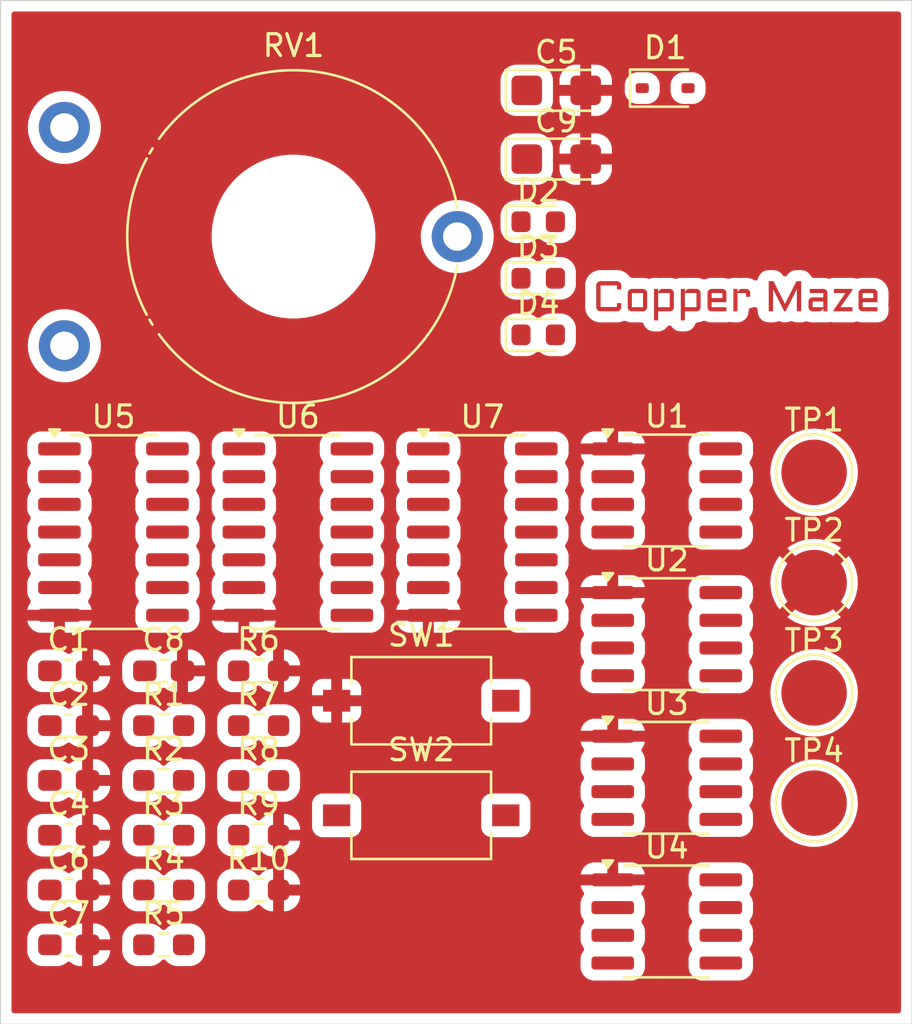
<source format=kicad_pcb>
(kicad_pcb (version 20240108) (generator "pcbnew") (generator_version "8.0")
  (layers (0 "F.Cu" signal) (31 "B.Cu" signal) (34 "B.Paste" user) (35 "F.Paste" user) (36 "B.SilkS" user "B.Silkscreen") (37 "F.SilkS" user "F.Silkscreen") (38 "B.Mask" user) (39 "F.Mask" user) (44 "Edge.Cuts" user))
  (net 0 "")
  (net 1 "Net-(C1-Pad1)")
  (net 2 "GND")
  (net 3 "Net-(U1-CV)")
  (net 4 "Net-(U2-DIS)")
  (net 5 "Net-(U2-CV)")
  (net 6 "Net-(C5-Pad1)")
  (net 7 "Net-(U3-CV)")
  (net 8 "Net-(U4-CV)")
  (net 9 "+5V")
  (net 10 "Net-(D1-A)")
  (net 11 "Net-(D1-K)")
  (net 12 "Net-(D2-K)")
  (net 13 "Net-(D2-A)")
  (net 14 "Net-(D3-K)")
  (net 15 "Net-(D4-A)")
  (net 16 "Net-(D4-K)")
  (net 17 "Net-(U2-TR)")
  (net 18 "Net-(U3-THR)")
  (net 19 "Net-(U3-Q)")
  (net 20 "/HALT")
  (net 21 "/FRC")
  (net 22 "Net-(U1-R)")
  (net 23 "/MCC")
  (net 24 "Net-(U2-R)")
  (net 26 "Net-(U4-TR)")
  (net 27 "Net-(U4-R)")
  (net 30 "Net-(U5-Pad6)")
  (net 31 "Net-(U5-Pad8)")
  (net 32 "Net-(U5-Pad4)")
  (net 33 "Net-(U5-Pad5)")
  (net 34 "Net-(U5-Pad10)")
  (net 35 "Net-(U5-Pad2)")
  (net 36 "/MCC_rst_sync")
  (net 39 "/FRC_rst_sync")
  (footprint "8bitcomp:R_0603_1608Metric_Pad0.98x0.95mm_HandSolder" (layer "F.Cu") (at 39.2043 61.0454)
    (property "Reference" "R8" (at 0 -1.43 0) (layer "F.SilkS"))
    (property "Value" "1k")
    (pad "1" smd roundrect (at -0.9125 0) (size 0.975 0.95) (layers "F.Cu" "F.Paste" "F.Mask") (net 14 "Net-(D3-K)"))
    (pad "2" smd roundrect (at 0.9125 0) (size 0.975 0.95) (layers "F.Cu" "F.Paste" "F.Mask") (net 13 "Net-(D2-A)"))
  )
  (footprint "8bitcomp:LED_0603_1608Metric" (layer "F.Cu") (at 52.0143 40.6354)
    (property "Reference" "D4" (at 0 -1.43 0) (layer "F.SilkS"))
    (property "Value" "WHITE")
    (pad "1" smd roundrect (at -0.7875 0) (size 0.875 0.95) (layers "F.Cu" "F.Paste" "F.Mask") (net 16 "Net-(D4-K)"))
    (pad "2" smd roundrect (at 0.7875 0) (size 0.875 0.95) (layers "F.Cu" "F.Paste" "F.Mask") (net 15 "Net-(D4-A)"))
  )
  (footprint "8bitcomp:CP_EIA-3216-18_Kemet-A" (layer "F.Cu") (at 52.8393 29.4354)
    (property "Reference" "C5" (at 0 -1.75 0) (layer "F.SilkS"))
    (property "Value" "10u")
    (pad "1" smd roundrect (at -1.35 0) (size 1.4 1.35) (layers "F.Cu" "F.Paste" "F.Mask") (roundrect_rratio 0.185185) (net 6 "Net-(C5-Pad1)"))
    (pad "2" smd roundrect (at 1.35 0) (size 1.4 1.35) (layers "F.Cu" "F.Paste" "F.Mask") (roundrect_rratio 0.185185) (net 2 "GND"))
  )
  (footprint "Package_SO:SOIC-8_3.9x4.9mm_P1.27mm" (layer "F.Cu") (at 57.9043 67.5054)
    (property "Reference" "U4" (at 0 -3.4 0) (layer "F.SilkS"))
    (property "Value" "NE555D")
    (pad "1" smd roundrect (at -2.475 -1.905) (size 1.95 0.6) (layers "F.Cu" "F.Paste" "F.Mask") (net 2 "GND"))
    (pad "2" smd roundrect (at -2.475 -0.635) (size 1.95 0.6) (layers "F.Cu" "F.Paste" "F.Mask") (net 26 "Net-(U4-TR)"))
    (pad "3" smd roundrect (at -2.475 0.635) (size 1.95 0.6) (layers "F.Cu" "F.Paste" "F.Mask") (net 13 "Net-(D2-A)"))
    (pad "4" smd roundrect (at -2.475 1.905) (size 1.95 0.6) (layers "F.Cu" "F.Paste" "F.Mask") (net 27 "Net-(U4-R)"))
    (pad "5" smd roundrect (at 2.475 1.905) (size 1.95 0.6) (layers "F.Cu" "F.Paste" "F.Mask") (net 8 "Net-(U4-CV)"))
    (pad "6" smd roundrect (at 2.475 0.635) (size 1.95 0.6) (layers "F.Cu" "F.Paste" "F.Mask"))
    (pad "7" smd roundrect (at 2.475 -0.635) (size 1.95 0.6) (layers "F.Cu" "F.Paste" "F.Mask"))
    (pad "8" smd roundrect (at 2.475 -1.905) (size 1.95 0.6) (layers "F.Cu" "F.Paste" "F.Mask") (net 9 "+5V"))
  )
  (footprint "8bitcomp:C_0603_1608Metric_Pad1.08x0.95mm_HandSolder" (layer "F.Cu") (at 30.5043 66.0654)
    (property "Reference" "C6" (at 0 -1.43 0) (layer "F.SilkS"))
    (property "Value" "100n")
    (pad "1" smd roundrect (at -0.8625 0) (size 1.075 0.95) (layers "F.Cu" "F.Paste" "F.Mask") (net 7 "Net-(U3-CV)"))
    (pad "2" smd roundrect (at 0.8625 0) (size 1.075 0.95) (layers "F.Cu" "F.Paste" "F.Mask") (net 2 "GND"))
  )
  (footprint "8bitcomp:CP_EIA-3216-18_Kemet-A" (layer "F.Cu") (at 52.8393 32.5854)
    (property "Reference" "C9" (at 0 -1.75 0) (layer "F.SilkS"))
    (property "Value" "100u")
    (pad "1" smd roundrect (at -1.35 0) (size 1.4 1.35) (layers "F.Cu" "F.Paste" "F.Mask") (roundrect_rratio 0.185185) (net 9 "+5V"))
    (pad "2" smd roundrect (at 1.35 0) (size 1.4 1.35) (layers "F.Cu" "F.Paste" "F.Mask") (roundrect_rratio 0.185185) (net 2 "GND"))
  )
  (footprint "8bitcomp:LED_0603_1608Metric" (layer "F.Cu") (at 52.0143 35.4554)
    (property "Reference" "D2" (at 0 -1.43 0) (layer "F.SilkS"))
    (property "Value" "GREEN")
    (pad "1" smd roundrect (at -0.7875 0) (size 0.875 0.95) (layers "F.Cu" "F.Paste" "F.Mask") (net 12 "Net-(D2-K)"))
    (pad "2" smd roundrect (at 0.7875 0) (size 0.875 0.95) (layers "F.Cu" "F.Paste" "F.Mask") (net 13 "Net-(D2-A)"))
  )
  (footprint "8bitcomp:C_0603_1608Metric_Pad1.08x0.95mm_HandSolder" (layer "F.Cu") (at 30.5043 61.0454)
    (property "Reference" "C3" (at 0 -1.43 0) (layer "F.SilkS"))
    (property "Value" "100n")
    (pad "1" smd roundrect (at -0.8625 0) (size 1.075 0.95) (layers "F.Cu" "F.Paste" "F.Mask") (net 4 "Net-(U2-DIS)"))
    (pad "2" smd roundrect (at 0.8625 0) (size 1.075 0.95) (layers "F.Cu" "F.Paste" "F.Mask") (net 2 "GND"))
  )
  (footprint "8bitcomp:R_0603_1608Metric_Pad0.98x0.95mm_HandSolder" (layer "F.Cu") (at 34.8543 58.5354)
    (property "Reference" "R1" (at 0 -1.43 0) (layer "F.SilkS"))
    (property "Value" "1k")
    (pad "1" smd roundrect (at -0.9125 0) (size 0.975 0.95) (layers "F.Cu" "F.Paste" "F.Mask") (net 9 "+5V"))
    (pad "2" smd roundrect (at 0.9125 0) (size 0.975 0.95) (layers "F.Cu" "F.Paste" "F.Mask") (net 10 "Net-(D1-A)"))
  )
  (footprint "8bitcomp:TestPoint_Pad_D3.0mm" (layer "F.Cu") (at 64.6543 57.0354)
    (property "Reference" "TP3" (at 0 -2.398 0) (layer "F.SilkS"))
    (property "Value" "HALT")
    (pad "1" smd circle (at 0 0) (size 3 3) (layers "F.Cu" "F.Mask") (net 20 "/HALT"))
  )
  (footprint "8bitcomp:R_0603_1608Metric_Pad0.98x0.95mm_HandSolder" (layer "F.Cu") (at 34.8543 68.5754)
    (property "Reference" "R5" (at 0 -1.43 0) (layer "F.SilkS"))
    (property "Value" "10k")
    (pad "1" smd roundrect (at -0.9125 0) (size 0.975 0.95) (layers "F.Cu" "F.Paste" "F.Mask") (net 9 "+5V"))
    (pad "2" smd roundrect (at 0.9125 0) (size 0.975 0.95) (layers "F.Cu" "F.Paste" "F.Mask") (net 18 "Net-(U3-THR)"))
  )
  (footprint "8bitcomp:SOIC-14_3.9x8.7mm_P1.27mm" (layer "F.Cu") (at 49.4543 49.6704)
    (property "Reference" "U7" (at 0 -5.28 0) (layer "F.SilkS"))
    (property "Value" "7400")
    (pad "1" smd roundrect (at -2.475 -3.81) (size 1.95 0.6) (layers "F.Cu" "F.Paste" "F.Mask") (net 39 "/FRC_rst_sync"))
    (pad "2" smd roundrect (at -2.475 -2.54) (size 1.95 0.6) (layers "F.Cu" "F.Paste" "F.Mask") (net 20 "/HALT"))
    (pad "3" smd roundrect (at -2.475 -1.27) (size 1.95 0.6) (layers "F.Cu" "F.Paste" "F.Mask") (net 22 "Net-(U1-R)"))
    (pad "4" smd roundrect (at -2.475 0) (size 1.95 0.6) (layers "F.Cu" "F.Paste" "F.Mask") (net 34 "Net-(U5-Pad10)"))
    (pad "5" smd roundrect (at -2.475 1.27) (size 1.95 0.6) (layers "F.Cu" "F.Paste" "F.Mask") (net 23 "/MCC"))
    (pad "6" smd roundrect (at -2.475 2.54) (size 1.95 0.6) (layers "F.Cu" "F.Paste" "F.Mask") (net 36 "/MCC_rst_sync"))
    (pad "7" smd roundrect (at -2.475 3.81) (size 1.95 0.6) (layers "F.Cu" "F.Paste" "F.Mask") (net 2 "GND"))
    (pad "8" smd roundrect (at 2.475 3.81) (size 1.95 0.6) (layers "F.Cu" "F.Paste" "F.Mask") (net 15 "Net-(D4-A)"))
    (pad "9" smd roundrect (at 2.475 2.54) (size 1.95 0.6) (layers "F.Cu" "F.Paste" "F.Mask") (net 39 "/FRC_rst_sync"))
    (pad "10" smd roundrect (at 2.475 1.27) (size 1.95 0.6) (layers "F.Cu" "F.Paste" "F.Mask") (net 36 "/MCC_rst_sync"))
    (pad "11" smd roundrect (at 2.475 0) (size 1.95 0.6) (layers "F.Cu" "F.Paste" "F.Mask") (net 33 "Net-(U5-Pad5)"))
    (pad "12" smd roundrect (at 2.475 -1.27) (size 1.95 0.6) (layers "F.Cu" "F.Paste" "F.Mask") (net 35 "Net-(U5-Pad2)"))
    (pad "13" smd roundrect (at 2.475 -2.54) (size 1.95 0.6) (layers "F.Cu" "F.Paste" "F.Mask") (net 32 "Net-(U5-Pad4)"))
    (pad "14" smd roundrect (at 2.475 -3.81) (size 1.95 0.6) (layers "F.Cu" "F.Paste" "F.Mask") (net 9 "+5V"))
  )
  (footprint "Package_SO:SOIC-8_3.9x4.9mm_P1.27mm" (layer "F.Cu") (at 57.9043 47.7654)
    (property "Reference" "U1" (at 0 -3.4 0) (layer "F.SilkS"))
    (property "Value" "NE555D")
    (pad "1" smd roundrect (at -2.475 -1.905) (size 1.95 0.6) (layers "F.Cu" "F.Paste" "F.Mask") (net 2 "GND"))
    (pad "2" smd roundrect (at -2.475 -0.635) (size 1.95 0.6) (layers "F.Cu" "F.Paste" "F.Mask") (net 11 "Net-(D1-K)"))
    (pad "3" smd roundrect (at -2.475 0.635) (size 1.95 0.6) (layers "F.Cu" "F.Paste" "F.Mask") (net 21 "/FRC"))
    (pad "4" smd roundrect (at -2.475 1.905) (size 1.95 0.6) (layers "F.Cu" "F.Paste" "F.Mask") (net 22 "Net-(U1-R)"))
    (pad "5" smd roundrect (at 2.475 1.905) (size 1.95 0.6) (layers "F.Cu" "F.Paste" "F.Mask") (net 3 "Net-(U1-CV)"))
    (pad "6" smd roundrect (at 2.475 0.635) (size 1.95 0.6) (layers "F.Cu" "F.Paste" "F.Mask") (net 11 "Net-(D1-K)"))
    (pad "7" smd roundrect (at 2.475 -0.635) (size 1.95 0.6) (layers "F.Cu" "F.Paste" "F.Mask") (net 10 "Net-(D1-A)"))
    (pad "8" smd roundrect (at 2.475 -1.905) (size 1.95 0.6) (layers "F.Cu" "F.Paste" "F.Mask") (net 9 "+5V"))
  )
  (footprint "8bitcomp:C_0603_1608Metric_Pad1.08x0.95mm_HandSolder" (layer "F.Cu") (at 34.8543 56.0254)
    (property "Reference" "C8" (at 0 -1.43 0) (layer "F.SilkS"))
    (property "Value" "100n")
    (pad "1" smd roundrect (at -0.8625 0) (size 1.075 0.95) (layers "F.Cu" "F.Paste" "F.Mask") (net 9 "+5V"))
    (pad "2" smd roundrect (at 0.8625 0) (size 1.075 0.95) (layers "F.Cu" "F.Paste" "F.Mask") (net 2 "GND"))
  )
  (footprint "Package_SO:SOIC-8_3.9x4.9mm_P1.27mm" (layer "F.Cu") (at 57.9043 54.3454)
    (property "Reference" "U2" (at 0 -3.4 0) (layer "F.SilkS"))
    (property "Value" "NE555D")
    (pad "1" smd roundrect (at -2.475 -1.905) (size 1.95 0.6) (layers "F.Cu" "F.Paste" "F.Mask") (net 2 "GND"))
    (pad "2" smd roundrect (at -2.475 -0.635) (size 1.95 0.6) (layers "F.Cu" "F.Paste" "F.Mask") (net 17 "Net-(U2-TR)"))
    (pad "3" smd roundrect (at -2.475 0.635) (size 1.95 0.6) (layers "F.Cu" "F.Paste" "F.Mask") (net 23 "/MCC"))
    (pad "4" smd roundrect (at -2.475 1.905) (size 1.95 0.6) (layers "F.Cu" "F.Paste" "F.Mask") (net 24 "Net-(U2-R)"))
    (pad "5" smd roundrect (at 2.475 1.905) (size 1.95 0.6) (layers "F.Cu" "F.Paste" "F.Mask") (net 5 "Net-(U2-CV)"))
    (pad "6" smd roundrect (at 2.475 0.635) (size 1.95 0.6) (layers "F.Cu" "F.Paste" "F.Mask") (net 4 "Net-(U2-DIS)"))
    (pad "7" smd roundrect (at 2.475 -0.635) (size 1.95 0.6) (layers "F.Cu" "F.Paste" "F.Mask") (net 4 "Net-(U2-DIS)"))
    (pad "8" smd roundrect (at 2.475 -1.905) (size 1.95 0.6) (layers "F.Cu" "F.Paste" "F.Mask") (net 9 "+5V"))
  )
  (footprint "8bitcomp:TestPoint_Pad_D3.0mm" (layer "F.Cu") (at 64.6543 51.9854)
    (property "Reference" "TP2" (at 0 -2.398 0) (layer "F.SilkS"))
    (property "Value" "GND")
    (pad "1" smd circle (at 0 0) (size 3 3) (layers "F.Cu" "F.Mask") (net 2 "GND"))
  )
  (footprint "8bitcomp:TestPoint_Pad_D3.0mm" (layer "F.Cu") (at 64.6543 62.0854)
    (property "Reference" "TP4" (at 0 -2.398 0) (layer "F.SilkS"))
    (property "Value" "Output")
    (pad "1" smd circle (at 0 0) (size 3 3) (layers "F.Cu" "F.Mask") (net 15 "Net-(D4-A)"))
  )
  (footprint "8bitcomp:TestPoint_Pad_D3.0mm" (layer "F.Cu") (at 64.6543 46.9354)
    (property "Reference" "TP1" (at 0 -2.398 0) (layer "F.SilkS"))
    (property "Value" "VCC")
    (pad "1" smd circle (at 0 0) (size 3 3) (layers "F.Cu" "F.Mask") (net 9 "+5V"))
  )
  (footprint "8bitcomp:R_0603_1608Metric_Pad0.98x0.95mm_HandSolder" (layer "F.Cu") (at 34.8543 66.0654)
    (property "Reference" "R4" (at 0 -1.43 0) (layer "F.SilkS"))
    (property "Value" "1k")
    (pad "1" smd roundrect (at -0.9125 0) (size 0.975 0.95) (layers "F.Cu" "F.Paste" "F.Mask") (net 9 "+5V"))
    (pad "2" smd roundrect (at 0.9125 0) (size 0.975 0.95) (layers "F.Cu" "F.Paste" "F.Mask") (net 4 "Net-(U2-DIS)"))
  )
  (footprint "8bitcomp:R_0603_1608Metric_Pad0.98x0.95mm_HandSolder" (layer "F.Cu") (at 34.8543 63.5554)
    (property "Reference" "R3" (at 0 -1.43 0) (layer "F.SilkS"))
    (property "Value" "1k")
    (pad "1" smd roundrect (at -0.9125 0) (size 0.975 0.95) (layers "F.Cu" "F.Paste" "F.Mask") (net 9 "+5V"))
    (pad "2" smd roundrect (at 0.9125 0) (size 0.975 0.95) (layers "F.Cu" "F.Paste" "F.Mask") (net 17 "Net-(U2-TR)"))
  )
  (footprint "8bitcomp:C_0603_1608Metric_Pad1.08x0.95mm_HandSolder" (layer "F.Cu") (at 30.5043 68.5754)
    (property "Reference" "C7" (at 0 -1.43 0) (layer "F.SilkS"))
    (property "Value" "100n")
    (pad "1" smd roundrect (at -0.8625 0) (size 1.075 0.95) (layers "F.Cu" "F.Paste" "F.Mask") (net 8 "Net-(U4-CV)"))
    (pad "2" smd roundrect (at 0.8625 0) (size 1.075 0.95) (layers "F.Cu" "F.Paste" "F.Mask") (net 2 "GND"))
  )
  (footprint "8bitcomp:C_0603_1608Metric_Pad1.08x0.95mm_HandSolder" (layer "F.Cu") (at 30.5043 56.0254)
    (property "Reference" "C1" (at 0 -1.43 0) (layer "F.SilkS"))
    (property "Value" "1u")
    (pad "1" smd roundrect (at -0.8625 0) (size 1.075 0.95) (layers "F.Cu" "F.Paste" "F.Mask") (net 1 "Net-(C1-Pad1)"))
    (pad "2" smd roundrect (at 0.8625 0) (size 1.075 0.95) (layers "F.Cu" "F.Paste" "F.Mask") (net 2 "GND"))
  )
  (footprint "8bitcomp:Potentiometer_Piher_PT-15-V15_Vertical_Hole" (layer "F.Cu") (at 30.3043 41.1354)
    (property "Reference" "RV1" (at 10.5 -13.75 0) (layer "F.SilkS"))
    (property "Value" "1Meg")
    (pad "" np_thru_hole circle (at 10.5 -5) (size 7 7) (drill 7) (layers "*.Cu" "*.Mask"))
    (pad "1" thru_hole circle (at 0 0) (size 2.34 2.34) (drill 1.3) (layers "*.Cu" "*.Mask") (net 11 "Net-(D1-K)"))
    (pad "2" thru_hole circle (at 18 -5) (size 2.34 2.34) (drill 1.3) (layers "*.Cu" "*.Mask") (net 1 "Net-(C1-Pad1)"))
    (pad "3" thru_hole circle (at 0 -10) (size 2.34 2.34) (drill 1.3) (layers "*.Cu" "*.Mask") (net 1 "Net-(C1-Pad1)"))
  )
  (footprint "8bitcomp:C_0603_1608Metric_Pad1.08x0.95mm_HandSolder" (layer "F.Cu") (at 30.5043 63.5554)
    (property "Reference" "C4" (at 0 -1.43 0) (layer "F.SilkS"))
    (property "Value" "100n")
    (pad "1" smd roundrect (at -0.8625 0) (size 1.075 0.95) (layers "F.Cu" "F.Paste" "F.Mask") (net 5 "Net-(U2-CV)"))
    (pad "2" smd roundrect (at 0.8625 0) (size 1.075 0.95) (layers "F.Cu" "F.Paste" "F.Mask") (net 2 "GND"))
  )
  (footprint "8bitcomp:D_SOD-323" (layer "F.Cu") (at 57.8293 29.3354)
    (property "Reference" "D1" (at 0 -1.85 0) (layer "F.SilkS"))
    (property "Value" "1N4148")
    (pad "1" smd roundrect (at -1.05 0) (size 0.6 0.45) (layers "F.Cu" "F.Paste" "F.Mask") (net 11 "Net-(D1-K)"))
    (pad "2" smd roundrect (at 1.05 0) (size 0.6 0.45) (layers "F.Cu" "F.Paste" "F.Mask") (net 10 "Net-(D1-A)"))
  )
  (footprint "8bitcomp:SOIC-14_3.9x8.7mm_P1.27mm" (layer "F.Cu") (at 41.0043 49.6704)
    (property "Reference" "U6" (at 0 -5.28 0) (layer "F.SilkS"))
    (property "Value" "7400")
    (pad "1" smd roundrect (at -2.475 -3.81) (size 1.95 0.6) (layers "F.Cu" "F.Paste" "F.Mask") (net 21 "/FRC"))
    (pad "2" smd roundrect (at -2.475 -2.54) (size 1.95 0.6) (layers "F.Cu" "F.Paste" "F.Mask") (net 13 "Net-(D2-A)"))
    (pad "3" smd roundrect (at -2.475 -1.27) (size 1.95 0.6) (layers "F.Cu" "F.Paste" "F.Mask") (net 39 "/FRC_rst_sync"))
    (pad "4" smd roundrect (at -2.475 0) (size 1.95 0.6) (layers "F.Cu" "F.Paste" "F.Mask") (net 36 "/MCC_rst_sync"))
    (pad "5" smd roundrect (at -2.475 1.27) (size 1.95 0.6) (layers "F.Cu" "F.Paste" "F.Mask") (net 20 "/HALT"))
    (pad "6" smd roundrect (at -2.475 2.54) (size 1.95 0.6) (layers "F.Cu" "F.Paste" "F.Mask") (net 24 "Net-(U2-R)"))
    (pad "7" smd roundrect (at -2.475 3.81) (size 1.95 0.6) (layers "F.Cu" "F.Paste" "F.Mask") (net 2 "GND"))
    (pad "8" smd roundrect (at 2.475 3.81) (size 1.95 0.6) (layers "F.Cu" "F.Paste" "F.Mask") (net 27 "Net-(U4-R)"))
    (pad "9" smd roundrect (at 2.475 2.54) (size 1.95 0.6) (layers "F.Cu" "F.Paste" "F.Mask") (net 31 "Net-(U5-Pad8)"))
    (pad "10" smd roundrect (at 2.475 1.27) (size 1.95 0.6) (layers "F.Cu" "F.Paste" "F.Mask") (net 30 "Net-(U5-Pad6)"))
    (pad "11" smd roundrect (at 2.475 0) (size 1.95 0.6) (layers "F.Cu" "F.Paste" "F.Mask") (net 26 "Net-(U4-TR)"))
    (pad "12" smd roundrect (at 2.475 -1.27) (size 1.95 0.6) (layers "F.Cu" "F.Paste" "F.Mask") (net 19 "Net-(U3-Q)"))
    (pad "13" smd roundrect (at 2.475 -2.54) (size 1.95 0.6) (layers "F.Cu" "F.Paste" "F.Mask") (net 30 "Net-(U5-Pad6)"))
    (pad "14" smd roundrect (at 2.475 -3.81) (size 1.95 0.6) (layers "F.Cu" "F.Paste" "F.Mask") (net 9 "+5V"))
  )
  (footprint "8bitcomp:R_0603_1608Metric_Pad0.98x0.95mm_HandSolder" (layer "F.Cu") (at 39.2043 63.5554)
    (property "Reference" "R9" (at 0 -1.43 0) (layer "F.SilkS"))
    (property "Value" "1k")
    (pad "1" smd roundrect (at -0.9125 0) (size 0.975 0.95) (layers "F.Cu" "F.Paste" "F.Mask") (net 12 "Net-(D2-K)"))
    (pad "2" smd roundrect (at 0.9125 0) (size 0.975 0.95) (layers "F.Cu" "F.Paste" "F.Mask") (net 2 "GND"))
  )
  (footprint "8bitcomp:C_0603_1608Metric_Pad1.08x0.95mm_HandSolder" (layer "F.Cu") (at 30.5043 58.5354)
    (property "Reference" "C2" (at 0 -1.43 0) (layer "F.SilkS"))
    (property "Value" "100n")
    (pad "1" smd roundrect (at -0.8625 0) (size 1.075 0.95) (layers "F.Cu" "F.Paste" "F.Mask") (net 3 "Net-(U1-CV)"))
    (pad "2" smd roundrect (at 0.8625 0) (size 1.075 0.95) (layers "F.Cu" "F.Paste" "F.Mask") (net 2 "GND"))
  )
  (footprint "8bitcomp:SW_Tactile_SPST_NO_Straight_CK_PTS636Sx25SMTRLFS" (layer "F.Cu") (at 46.6543 57.3954)
    (property "Reference" "SW1" (at 0 -3 0) (layer "F.SilkS"))
    (property "Value" "CLK")
    (pad "1" smd rect (at -3.875 0) (size 1.25 1) (layers "F.Cu" "F.Paste" "F.Mask") (net 2 "GND"))
    (pad "2" smd rect (at 3.875 0) (size 1.25 1) (layers "F.Cu" "F.Paste" "F.Mask") (net 17 "Net-(U2-TR)"))
  )
  (footprint "8bitcomp:SW_Tactile_SPST_NO_Straight_CK_PTS636Sx25SMTRLFS" (layer "F.Cu") (at 46.6543 62.6454)
    (property "Reference" "SW2" (at 0 -3 0) (layer "F.SilkS"))
    (property "Value" "SEL")
    (pad "1" smd rect (at -3.875 0) (size 1.25 1) (layers "F.Cu" "F.Paste" "F.Mask") (net 6 "Net-(C5-Pad1)"))
    (pad "2" smd rect (at 3.875 0) (size 1.25 1) (layers "F.Cu" "F.Paste" "F.Mask") (net 18 "Net-(U3-THR)"))
  )
  (footprint "8bitcomp:LED_0603_1608Metric" (layer "F.Cu") (at 52.0143 38.0454)
    (property "Reference" "D3" (at 0 -1.43 0) (layer "F.SilkS"))
    (property "Value" "RED")
    (pad "1" smd roundrect (at -0.7875 0) (size 0.875 0.95) (layers "F.Cu" "F.Paste" "F.Mask") (net 14 "Net-(D3-K)"))
    (pad "2" smd roundrect (at 0.7875 0) (size 0.875 0.95) (layers "F.Cu" "F.Paste" "F.Mask") (net 9 "+5V"))
  )
  (footprint "8bitcomp:SOIC-14_3.9x8.7mm_P1.27mm" (layer "F.Cu") (at 32.5543 49.6704)
    (property "Reference" "U5" (at 0 -5.28 0) (layer "F.SilkS"))
    (property "Value" "7404")
    (pad "1" smd roundrect (at -2.475 -3.81) (size 1.95 0.6) (layers "F.Cu" "F.Paste" "F.Mask") (net 21 "/FRC"))
    (pad "2" smd roundrect (at -2.475 -2.54) (size 1.95 0.6) (layers "F.Cu" "F.Paste" "F.Mask") (net 35 "Net-(U5-Pad2)"))
    (pad "3" smd roundrect (at -2.475 -1.27) (size 1.95 0.6) (layers "F.Cu" "F.Paste" "F.Mask") (net 23 "/MCC"))
    (pad "4" smd roundrect (at -2.475 0) (size 1.95 0.6) (layers "F.Cu" "F.Paste" "F.Mask") (net 32 "Net-(U5-Pad4)"))
    (pad "5" smd roundrect (at -2.475 1.27) (size 1.95 0.6) (layers "F.Cu" "F.Paste" "F.Mask") (net 33 "Net-(U5-Pad5)"))
    (pad "6" smd roundrect (at -2.475 2.54) (size 1.95 0.6) (layers "F.Cu" "F.Paste" "F.Mask") (net 30 "Net-(U5-Pad6)"))
    (pad "7" smd roundrect (at -2.475 3.81) (size 1.95 0.6) (layers "F.Cu" "F.Paste" "F.Mask") (net 2 "GND"))
    (pad "8" smd roundrect (at 2.475 3.81) (size 1.95 0.6) (layers "F.Cu" "F.Paste" "F.Mask") (net 31 "Net-(U5-Pad8)"))
    (pad "9" smd roundrect (at 2.475 2.54) (size 1.95 0.6) (layers "F.Cu" "F.Paste" "F.Mask") (net 19 "Net-(U3-Q)"))
    (pad "10" smd roundrect (at 2.475 1.27) (size 1.95 0.6) (layers "F.Cu" "F.Paste" "F.Mask") (net 34 "Net-(U5-Pad10)"))
    (pad "11" smd roundrect (at 2.475 0) (size 1.95 0.6) (layers "F.Cu" "F.Paste" "F.Mask") (net 13 "Net-(D2-A)"))
    (pad "12" smd roundrect (at 2.475 -1.27) (size 1.95 0.6) (layers "F.Cu" "F.Paste" "F.Mask"))
    (pad "13" smd roundrect (at 2.475 -2.54) (size 1.95 0.6) (layers "F.Cu" "F.Paste" "F.Mask"))
    (pad "14" smd roundrect (at 2.475 -3.81) (size 1.95 0.6) (layers "F.Cu" "F.Paste" "F.Mask") (net 9 "+5V"))
  )
  (footprint "Package_SO:SOIC-8_3.9x4.9mm_P1.27mm" (layer "F.Cu") (at 57.9043 60.9254)
    (property "Reference" "U3" (at 0 -3.4 0) (layer "F.SilkS"))
    (property "Value" "NE555D")
    (pad "1" smd roundrect (at -2.475 -1.905) (size 1.95 0.6) (layers "F.Cu" "F.Paste" "F.Mask") (net 2 "GND"))
    (pad "2" smd roundrect (at -2.475 -0.635) (size 1.95 0.6) (layers "F.Cu" "F.Paste" "F.Mask") (net 18 "Net-(U3-THR)"))
    (pad "3" smd roundrect (at -2.475 0.635) (size 1.95 0.6) (layers "F.Cu" "F.Paste" "F.Mask") (net 19 "Net-(U3-Q)"))
    (pad "4" smd roundrect (at -2.475 1.905) (size 1.95 0.6) (layers "F.Cu" "F.Paste" "F.Mask") (net 9 "+5V"))
    (pad "5" smd roundrect (at 2.475 1.905) (size 1.95 0.6) (layers "F.Cu" "F.Paste" "F.Mask") (net 7 "Net-(U3-CV)"))
    (pad "6" smd roundrect (at 2.475 0.635) (size 1.95 0.6) (layers "F.Cu" "F.Paste" "F.Mask") (net 18 "Net-(U3-THR)"))
    (pad "7" smd roundrect (at 2.475 -0.635) (size 1.95 0.6) (layers "F.Cu" "F.Paste" "F.Mask"))
    (pad "8" smd roundrect (at 2.475 -1.905) (size 1.95 0.6) (layers "F.Cu" "F.Paste" "F.Mask") (net 9 "+5V"))
  )
  (footprint "8bitcomp:R_0603_1608Metric_Pad0.98x0.95mm_HandSolder" (layer "F.Cu") (at 39.2043 58.5354)
    (property "Reference" "R7" (at 0 -1.43 0) (layer "F.SilkS"))
    (property "Value" "100k")
    (pad "1" smd roundrect (at -0.9125 0) (size 0.975 0.95) (layers "F.Cu" "F.Paste" "F.Mask") (net 19 "Net-(U3-Q)"))
    (pad "2" smd roundrect (at 0.9125 0) (size 0.975 0.95) (layers "F.Cu" "F.Paste" "F.Mask") (net 6 "Net-(C5-Pad1)"))
  )
  (footprint "8bitcomp:R_0603_1608Metric_Pad0.98x0.95mm_HandSolder" (layer "F.Cu") (at 39.2043 56.0254)
    (property "Reference" "R6" (at 0 -1.43 0) (layer "F.SilkS"))
    (property "Value" "10k")
    (pad "1" smd roundrect (at -0.9125 0) (size 0.975 0.95) (layers "F.Cu" "F.Paste" "F.Mask") (net 18 "Net-(U3-THR)"))
    (pad "2" smd roundrect (at 0.9125 0) (size 0.975 0.95) (layers "F.Cu" "F.Paste" "F.Mask") (net 2 "GND"))
  )
  (footprint "8bitcomp:R_0603_1608Metric_Pad0.98x0.95mm_HandSolder" (layer "F.Cu") (at 39.2043 66.0654)
    (property "Reference" "R10" (at 0 -1.43 0) (layer "F.SilkS"))
    (property "Value" "1k")
    (pad "1" smd roundrect (at -0.9125 0) (size 0.975 0.95) (layers "F.Cu" "F.Paste" "F.Mask") (net 16 "Net-(D4-K)"))
    (pad "2" smd roundrect (at 0.9125 0) (size 0.975 0.95) (layers "F.Cu" "F.Paste" "F.Mask") (net 2 "GND"))
  )
  (footprint "8bitcomp:R_0603_1608Metric_Pad0.98x0.95mm_HandSolder" (layer "F.Cu") (at 34.8543 61.0454)
    (property "Reference" "R2" (at 0 -1.43 0) (layer "F.SilkS"))
    (property "Value" "1k")
    (pad "1" smd roundrect (at -0.9125 0) (size 0.975 0.95) (layers "F.Cu" "F.Paste" "F.Mask") (net 10 "Net-(D1-A)"))
    (pad "2" smd roundrect (at 0.9125 0) (size 0.975 0.95) (layers "F.Cu" "F.Paste" "F.Mask") (net 11 "Net-(D1-K)"))
  )
  (gr_poly (pts (xy 58.734771 38.705716) (xy 58.735185 38.701156) (xy 58.735705 38.696642) (xy 58.736331 38.692173) (xy 58.737062 38.687749) (xy 58.737898 38.683371) (xy 58.73884 38.679037) (xy 58.739887 38.674749) (xy 58.74104 38.670507) (xy 58.742299 38.666309) (xy 58.743663 38.662157) (xy 58.745132 38.658049) (xy 58.746707 38.653987) (xy 58.748388 38.649971) (xy 58.750174 38.645999) (xy 58.752065 38.642073) (xy 58.754062 38.638192) (xy 58.756146 38.634247) (xy 58.758297 38.630369) (xy 58.760517 38.62656) (xy 58.762804 38.622818) (xy 58.765159 38.619144) (xy 58.767582 38.615538) (xy 58.770072 38.612) (xy 58.772631 38.608529) (xy 58.775257 38.605127) (xy 58.777951 38.601792) (xy 58.780713 38.598525) (xy 58.783543 38.595326) (xy 58.786441 38.592195) (xy 58.789406 38.589131) (xy 58.79244 38.586136) (xy 58.795541 38.583208) (xy 58.798706 38.580235) (xy 58.801931 38.577345) (xy 58.805217 38.574538) (xy 58.808563 38.571813) (xy 58.811969 38.569172) (xy 58.815436 38.566614) (xy 58.818963 38.564138) (xy 58.82255 38.561745) (xy 58.826198 38.559435) (xy 58.829905 38.557208) (xy 58.833673 38.555064) (xy 58.837502 38.553003) (xy 58.841391 38.551025) (xy 58.845339 38.54913) (xy 58.849349 38.547317) (xy 58.853418 38.545588) (xy 58.857654 38.543952) (xy 58.861919 38.542423) (xy 58.866215 38.540998) (xy 58.870541 38.53968) (xy 58.874896 38.538466) (xy 58.879282 38.537359) (xy 58.883699 38.536356) (xy 58.888145 38.53546) (xy 58.892621 38.534668) (xy 58.897128 38.533983) (xy 58.901665 38.533402) (xy 58.906232 38.532928) (xy 58.910829 38.532558) (xy 58.915456 38.532295) (xy 58.920113 38.532136) (xy 58.9248 38.532084) (xy 59.264349 38.532084) (xy 59.269274 38.532144) (xy 59.274161 38.532325) (xy 59.27901 38.532626) (xy 59.283822 38.533048) (xy 59.288596 38.533591) (xy 59.293333 38.534254) (xy 59.298031 38.535038) (xy 59.302693 38.535942) (xy 59.307316 38.536967) (xy 59.311902 38.538113) (xy 59.31645 38.539379) (xy 59.32096 38.540765) (xy 59.325433 38.542273) (xy 59.329868 38.5439) (xy 59.334265 38.545649) (xy 59.338625 38.547518) (xy 59.342928 38.549372) (xy 59.347156 38.551316) (xy 59.351308 38.553351) (xy 59.355385 38.555476) (xy 59.359387 38.557692) (xy 59.363314 38.559998) (xy 59.367165 38.562395) (xy 59.37094 38.564881) (xy 59.37464 38.567459) (xy 59.378265 38.570127) (xy 59.381815 38.572885) (xy 59.385289 38.575733) (xy 59.388688 38.578673) (xy 59.392011 38.581702) (xy 59.395259 38.584822) (xy 59.398432 38.588032) (xy 59.401642 38.591205) (xy 59.404762 38.594453) (xy 59.407792 38.597776) (xy 59.410731 38.601175) (xy 59.41358 38.604649) (xy 59.416338 38.608199) (xy 59.419005 38.611824) (xy 59.421583 38.615524) (xy 59.42407 38.619299) (xy 59.426466 38.62315) (xy 59.428772 38.627077) (xy 59.430988 38.631079) (xy 59.433113 38.635156) (xy 59.435148 38.639308) (xy 59.437092 38.643536) (xy 59.438946 38.647839) (xy 59.440815 38.652199) (xy 59.442563 38.656596) (xy 59.444191 38.661031) (xy 59.445698 38.665504) (xy 59.447085 38.670014) (xy 59.448351 38.674562) (xy 59.449497 38.679148) (xy 59.450522 38.683771) (xy 59.451426 38.688433) (xy 59.45221 38.693131) (xy 59.452873 38.697868) (xy 59.453416 38.702642) (xy 59.453838 38.707454) (xy 59.454139 38.712303) (xy 59.45432 38.71719) (xy 59.45438 38.722115) (xy 59.454382 39.369378) (xy 59.454322 39.374303) (xy 59.454141 39.37919) (xy 59.453839 39.38404) (xy 59.453417 39.388852) (xy 59.452875 39.393626) (xy 59.452211 39.398362) (xy 59.451428 39.403061) (xy 59.450523 39.407722) (xy 59.449498 39.412346) (xy 59.448353 39.416932) (xy 59.447087 39.42148) (xy 59.4457 39.42599) (xy 59.444193 39.430463) (xy 59.442565 39.434898) (xy 59.440817 39.439295) (xy 59.438948 39.443655) (xy 59.437094 39.447962) (xy 59.435149 39.452201) (xy 59.433114 39.456373) (xy 59.430989 39.460476) (xy 59.428774 39.464512) (xy 59.426468 39.468479) (xy 59.424071 39.472379) (xy 59.421584 39.476211) (xy 59.419007 39.479976) (xy 59.416339 39.483672) (xy 59.413581 39.487301) (xy 59.410732 39.490861) (xy 59.407793 39.494354) (xy 59.404764 39.49778) (xy 59.401644 39.501137) (xy 59.398433 39.504426) (xy 59.395261 39.507524) (xy 59.392013 39.510546) (xy 59.388689 39.513492) (xy 59.38529 39.516363) (xy 59.381816 39.519159) (xy 59.378267 39.52188) (xy 59.374642 39.524525) (xy 59.370942 39.527095) (xy 59.367166 39.529589) (xy 59.363315 39.532008) (xy 59.359389 39.534352) (xy 59.355387 39.536621) (xy 59.35131 39.538814) (xy 59.347157 39.540931) (xy 59.34293 39.542974) (xy 59.338626 39.544941) (xy 59.334267 39.546693) (xy 59.329869 39.548332) (xy 59.325434 39.549858) (xy 59.320962 39.551271) (xy 59.316451 39.552571) (xy 59.311903 39.553758) (xy 59.307317 39.554832) (xy 59.302694 39.555793) (xy 59.298033 39.556641) (xy 59.293334 39.557376) (xy 59.288598 39.557998) (xy 59.283824 39.558506) (xy 59.279012 39.558902) (xy 59.274162 39.559185) (xy 59.269275 39.559354) (xy 59.26435 39.559411) (xy 58.734771 39.559411) (xy 58.734771 39.9742) (xy 58.545703 39.9742) (xy 58.545703 39.369378) (xy 58.734771 39.369378) (xy 59.26435 39.369378) (xy 59.26435 38.722114) (xy 58.734771 38.722114) (xy 58.734771 39.369378) (xy 58.545703 39.369378) (xy 58.545703 38.532083) (xy 58.734771 38.532083)) (stroke (width -0.000001)) (fill solid) (layer "F.Cu"))
  (gr_poly (pts (xy 63.317712 39.217932) (xy 63.845362 38.176135) (xy 64.060475 38.176135) (xy 64.060475 39.55941) (xy 63.863691 39.55941) (xy 63.863691 38.545587) (xy 63.347616 39.55941) (xy 63.288774 39.55941) (xy 62.772699 38.545587) (xy 62.772699 39.55941) (xy 62.574949 39.55941) (xy 62.574949 38.176135) (xy 62.791026 38.176135)) (stroke (width -0.000001)) (fill solid) (layer "F.Cu"))
  (gr_poly (pts (xy 66.412237 38.583207) (xy 65.865293 39.369378) (xy 66.412237 39.369378) (xy 66.412237 39.55941) (xy 65.543109 39.55941) (xy 65.543109 39.508285) (xy 66.090052 38.722114) (xy 65.562402 38.722114) (xy 65.5624 38.532082) (xy 66.412237 38.532082)) (stroke (width -0.000001)) (fill solid) (layer "F.Cu"))
  (gr_poly (pts (xy 55.626 38.1762) (xy 55.631008 38.176392) (xy 55.635978 38.176712) (xy 55.64091 38.177161) (xy 55.645805 38.177737) (xy 55.650662 38.178442) (xy 55.655481 38.179274) (xy 55.660263 38.180235) (xy 55.665007 38.181324) (xy 55.669713 38.182541) (xy 55.674382 38.183886) (xy 55.679013 38.185359) (xy 55.683606 38.186961) (xy 55.688162 38.18869) (xy 55.69268 38.190548) (xy 55.69716 38.192534) (xy 55.701704 38.194508) (xy 55.706173 38.196573) (xy 55.710567 38.198729) (xy 55.714885 38.200974) (xy 55.719128 38.203311) (xy 55.723296 38.205737) (xy 55.727388 38.208254) (xy 55.731405 38.210862) (xy 55.735346 38.21356) (xy 55.739212 38.216348) (xy 55.743003 38.219227) (xy 55.746718 38.222196) (xy 55.750358 38.225256) (xy 55.753923 38.228406) (xy 55.757412 38.231647) (xy 55.760826 38.234977) (xy 55.764157 38.238274) (xy 55.767397 38.241654) (xy 55.770547 38.245117) (xy 55.773607 38.248663) (xy 55.776576 38.252292) (xy 55.779455 38.256003) (xy 55.782243 38.259797) (xy 55.784941 38.263675) (xy 55.787549 38.267635) (xy 55.790066 38.271678) (xy 55.792493 38.275804) (xy 55.794829 38.280013) (xy 55.797075 38.284305) (xy 55.79923 38.28868) (xy 55.801295 38.293138) (xy 55.80327 38.297678) (xy 55.805139 38.302158) (xy 55.806887 38.306676) (xy 55.808515 38.311232) (xy 55.810022 38.315825) (xy 55.811409 38.320456) (xy 55.812675 38.325125) (xy 55.81382 38.329831) (xy 55.814845 38.334575) (xy 55.81575 38.339357) (xy 55.816533 38.344176) (xy 55.817197 38.349033) (xy 55.817739 38.353928) (xy 55.818161 38.35886) (xy 55.818463 38.36383) (xy 55.818643 38.368838) (xy 55.818704 38.373884) (xy 55.818704 38.55234) (xy 55.620955 38.55234) (xy 55.620955 38.373884) (xy 54.870475 38.373884) (xy 54.870475 39.361661) (xy 55.620955 39.361661) (xy 55.620955 39.18417) (xy 55.818704 39.18417) (xy 55.818704 39.361661) (xy 55.818643 39.36671) (xy 55.818463 39.37173) (xy 55.818161 39.376719) (xy 55.817739 39.381677) (xy 55.817197 39.386606) (xy 55.816533 39.391504) (xy 55.81575 39.396373) (xy 55.814845 39.401211) (xy 55.81382 39.406019) (xy 55.812675 39.410797) (xy 55.811409 39.415545) (xy 55.810022 39.420263) (xy 55.808515 39.42495) (xy 55.806887 39.429607) (xy 55.805139 39.434235) (xy 55.80327 39.438832) (xy 55.801295 39.443259) (xy 55.79923 39.447619) (xy 55.797075 39.451911) (xy 55.794829 39.456135) (xy 55.792493 39.460291) (xy 55.790066 39.464379) (xy 55.787549 39.4684) (xy 55.784941 39.472353) (xy 55.782243 39.476237) (xy 55.779455 39.480055) (xy 55.776576 39.483804) (xy 55.773607 39.487485) (xy 55.770547 39.491099) (xy 55.767397 39.494645) (xy 55.764157 39.498122) (xy 55.760826 39.501532) (xy 55.757412 39.504863) (xy 55.753923 39.508104) (xy 55.750358 39.511254) (xy 55.746718 39.514314) (xy 55.743003 39.517283) (xy 55.739212 39.520162) (xy 55.735346 39.52295) (xy 55.731405 39.525648) (xy 55.727388 39.528256) (xy 55.723296 39.530773) (xy 55.719128 39.533199) (xy 55.714885 39.535536) (xy 55.710567 39.537781) (xy 55.706173 39.539937) (xy 55.701704 39.542002) (xy 55.69716 39.543976) (xy 55.69268 39.545845) (xy 55.688162 39.547594) (xy 55.683606 39.549222) (xy 55.679013 39.550729) (xy 55.674382 39.552116) (xy 55.669713 39.553382) (xy 55.665007 39.554527) (xy 55.660263 39.555552) (xy 55.655481 39.556456) (xy 55.650662 39.55724) (xy 55.645805 39.557903) (xy 55.64091 39.558446) (xy 55.635978 39.558868) (xy 55.631008 39.559169) (xy 55.626 39.55935) (xy 55.620954 39.559411) (xy 54.870475 39.559411) (xy 54.865425 39.55935) (xy 54.860406 39.559169) (xy 54.855417 39.558868) (xy 54.850459 39.558446) (xy 54.84553 39.557903) (xy 54.840631 39.55724) (xy 54.835763 39.556456) (xy 54.830925 39.555552) (xy 54.826117 39.554527) (xy 54.821339 39.553382) (xy 54.816591 39.552116) (xy 54.811873 39.550729) (xy 54.807186 39.549222) (xy 54.802528 39.547594) (xy 54.797901 39.545845) (xy 54.793304 39.543976) (xy 54.788877 39.542002) (xy 54.784517 39.539937) (xy 54.780225 39.537781) (xy 54.776001 39.535536) (xy 54.771845 39.533199) (xy 54.767757 39.530773) (xy 54.763736 39.528256) (xy 54.759783 39.525648) (xy 54.755898 39.52295) (xy 54.752081 39.520162) (xy 54.748332 39.517283) (xy 54.744651 39.514314) (xy 54.741037 39.511254) (xy 54.737491 39.508104) (xy 54.734013 39.504863) (xy 54.730603 39.501532) (xy 54.727272 39.498122) (xy 54.724032 39.494645) (xy 54.720882 39.491099) (xy 54.717822 39.487485) (xy 54.714853 39.483804) (xy 54.711974 39.480055) (xy 54.709186 39.476237) (xy 54.706488 39.472353) (xy 54.70388 39.4684) (xy 54.701363 39.464379) (xy 54.698937 39.460291) (xy 54.696601 39.456135) (xy 54.694355 39.451911) (xy 54.6922 39.447619) (xy 54.690135 39.443259) (xy 54.68816 39.438832) (xy 54.686291 39.434235) (xy 54.684543 39.429608) (xy 54.682915 39.42495) (xy 54.681408 39.420263) (xy 54.680021 39.415545) (xy 54.678755 39.410798) (xy 54.677609 39.40602) (xy 54.676584 39.401212) (xy 54.67568 39.396373) (xy 54.674896 39.391505) (xy 54.674233 39.386606) (xy 54.673691 39.381678) (xy 54.673269 39.376719) (xy 54.672967 39.37173) (xy 54.672786 39.366711) (xy 54.672726 39.361661) (xy 54.672726 38.373884) (xy 54.672786 38.368838) (xy 54.672967 38.36383) (xy 54.673269 38.35886) (xy 54.673691 38.353928) (xy 54.674233 38.349033) (xy 54.674896 38.344176) (xy 54.67568 38.339357) (xy 54.676584 38.334575) (xy 54.677609 38.329831) (xy 54.678755 38.325125) (xy 54.680021 38.320456) (xy 54.681408 38.315825) (xy 54.682915 38.311232) (xy 54.684543 38.306676) (xy 54.686291 38.302158) (xy 54.68816 38.297678) (xy 54.690135 38.293138) (xy 54.6922 38.28868) (xy 54.694355 38.284305) (xy 54.696601 38.280013) (xy 54.698937 38.275804) (xy 54.701364 38.271678) (xy 54.703881 38.267635) (xy 54.706488 38.263675) (xy 54.709186 38.259797) (xy 54.711974 38.256003) (xy 54.714853 38.252292) (xy 54.717822 38.248663) (xy 54.720882 38.245117) (xy 54.724032 38.241654) (xy 54.727272 38.238274) (xy 54.730603 38.234977) (xy 54.734013 38.231647) (xy 54.737491 38.228406) (xy 54.741037 38.225256) (xy 54.744651 38.222196) (xy 54.748332 38.219227) (xy 54.752081 38.216348) (xy 54.755898 38.21356) (xy 54.759783 38.210862) (xy 54.763736 38.208254) (xy 54.767757 38.205737) (xy 54.771845 38.203311) (xy 54.776001 38.200974) (xy 54.780225 38.198729) (xy 54.784517 38.196573) (xy 54.788877 38.194508) (xy 54.793304 38.192534) (xy 54.797901 38.190548) (xy 54.802528 38.18869) (xy 54.807185 38.186961) (xy 54.811873 38.185359) (xy 54.816591 38.183886) (xy 54.821338 38.182541) (xy 54.826116 38.181324) (xy 54.830924 38.180235) (xy 54.835762 38.179274) (xy 54.840631 38.178442) (xy 54.845529 38.177737) (xy 54.850458 38.177161) (xy 54.855417 38.176712) (xy 54.860406 38.176392) (xy 54.865425 38.1762) (xy 54.870475 38.176136) (xy 55.620954 38.176136)) (stroke (width -0.000001)) (fill solid) (layer "F.Cu"))
  (gr_poly (pts (xy 57.509695 38.705716) (xy 57.51011 38.701156) (xy 57.51063 38.696642) (xy 57.511255 38.692173) (xy 57.511986 38.687749) (xy 57.512822 38.683371) (xy 57.513764 38.679037) (xy 57.514812 38.674749) (xy 57.515965 38.670507) (xy 57.517223 38.666309) (xy 57.518587 38.662157) (xy 57.520057 38.658049) (xy 57.521632 38.653987) (xy 57.523312 38.649971) (xy 57.525098 38.645999) (xy 57.52699 38.642073) (xy 57.528987 38.638192) (xy 57.53107 38.634247) (xy 57.533222 38.630369) (xy 57.535441 38.62656) (xy 57.537728 38.622818) (xy 57.540083 38.619144) (xy 57.542506 38.615538) (xy 57.544997 38.612) (xy 57.547555 38.608529) (xy 57.550182 38.605127) (xy 57.552876 38.601792) (xy 57.555638 38.598525) (xy 57.558468 38.595326) (xy 57.561365 38.592195) (xy 57.564331 38.589131) (xy 57.567364 38.586136) (xy 57.570465 38.583208) (xy 57.573631 38.580235) (xy 57.576856 38.577345) (xy 57.580142 38.574538) (xy 57.583488 38.571813) (xy 57.586894 38.569172) (xy 57.590361 38.566614) (xy 57.593887 38.564138) (xy 57.597475 38.561745) (xy 57.601122 38.559435) (xy 57.60483 38.557208) (xy 57.608598 38.555064) (xy 57.612426 38.553003) (xy 57.616315 38.551025) (xy 57.620264 38.54913) (xy 57.624273 38.547317) (xy 57.628343 38.545588) (xy 57.632578 38.543952) (xy 57.636843 38.542423) (xy 57.641139 38.540998) (xy 57.645465 38.53968) (xy 57.649821 38.538466) (xy 57.654207 38.537359) (xy 57.658623 38.536356) (xy 57.663069 38.53546) (xy 57.667546 38.534668) (xy 57.672052 38.533983) (xy 57.676589 38.533402) (xy 57.681156 38.532928) (xy 57.685753 38.532558) (xy 57.69038 38.532295) (xy 57.695037 38.532136) (xy 57.699725 38.532084) (xy 58.039273 38.532084) (xy 58.044198 38.532144) (xy 58.049085 38.532325) (xy 58.053935 38.532626) (xy 58.058747 38.533048) (xy 58.063521 38.533591) (xy 58.068257 38.534254) (xy 58.072956 38.535038) (xy 58.077617 38.535942) (xy 58.082241 38.536967) (xy 58.086826 38.538113) (xy 58.091374 38.539379) (xy 58.095885 38.540765) (xy 58.100358 38.542273) (xy 58.104792 38.5439) (xy 58.10919 38.545649) (xy 58.113549 38.547518) (xy 58.117853 38.549372) (xy 58.12208 38.551316) (xy 58.126233 38.553351) (xy 58.13031 38.555476) (xy 58.134312 38.557692) (xy 58.138238 38.559998) (xy 58.142089 38.562395) (xy 58.145865 38.564881) (xy 58.149565 38.567459) (xy 58.15319 38.570127) (xy 58.156739 38.572885) (xy 58.160213 38.575733) (xy 58.163612 38.578673) (xy 58.166936 38.581702) (xy 58.170184 38.584822) (xy 58.173356 38.588032) (xy 58.176567 38.591205) (xy 58.179686 38.594453) (xy 58.182716 38.597776) (xy 58.185655 38.601175) (xy 58.188504 38.604649) (xy 58.191262 38.608199) (xy 58.19393 38.611824) (xy 58.196507 38.615524) (xy 58.198994 38.619299) (xy 58.20139 38.62315) (xy 58.203697 38.627077) (xy 58.205912 38.631079) (xy 58.208037 38.635156) (xy 58.210072 38.639308) (xy 58.212017 38.643536) (xy 58.213871 38.647839) (xy 58.21574 38.652199) (xy 58.217488 38.656596) (xy 58.219116 38.661031) (xy 58.220623 38.665504) (xy 58.22201 38.670014) (xy 58.223276 38.674562) (xy 58.224421 38.679148) (xy 58.225446 38.683771) (xy 58.226351 38.688433) (xy 58.227134 38.693131) (xy 58.227798 38.697868) (xy 58.22834 38.702642) (xy 58.228762 38.707454) (xy 58.229064 38.712303) (xy 58.229245 38.71719) (xy 58.229305 38.722115) (xy 58.229306 39.369378) (xy 58.229246 39.374303) (xy 58.229065 39.37919) (xy 58.228764 39.38404) (xy 58.228342 39.388852) (xy 58.227799 39.393626) (xy 58.227136 39.398362) (xy 58.226352 39.403061) (xy 58.225448 39.407722) (xy 58.224423 39.412346) (xy 58.223277 39.416932) (xy 58.222011 39.42148) (xy 58.220625 39.42599) (xy 58.219117 39.430463) (xy 58.21749 39.434898) (xy 58.215741 39.439295) (xy 58.213872 39.443655) (xy 58.212018 39.447962) (xy 58.210074 39.452201) (xy 58.208039 39.456373) (xy 58.205914 39.460476) (xy 58.203698 39.464512) (xy 58.201392 39.468479) (xy 58.198995 39.472379) (xy 58.196509 39.476211) (xy 58.193931 39.479976) (xy 58.191263 39.483672) (xy 58.188505 39.487301) (xy 58.185657 39.490861) (xy 58.182717 39.494354) (xy 58.179688 39.49778) (xy 58.176568 39.501137) (xy 58.173358 39.504426) (xy 58.170185 39.507524) (xy 58.166937 39.510546) (xy 58.163614 39.513492) (xy 58.160215 39.516363) (xy 58.156741 39.519159) (xy 58.153191 39.52188) (xy 58.149566 39.524525) (xy 58.145866 39.527095) (xy 58.142091 39.529589) (xy 58.13824 39.532008) (xy 58.134313 39.534352) (xy 58.130311 39.536621) (xy 58.126234 39.538814) (xy 58.122082 39.540931) (xy 58.117854 39.542974) (xy 58.113551 39.544941) (xy 58.109191 39.546693) (xy 58.104794 39.548332) (xy 58.100359 39.549858) (xy 58.095886 39.551271) (xy 58.091376 39.552571) (xy 58.086828 39.553758) (xy 58.082242 39.554832) (xy 58.077619 39.555793) (xy 58.072957 39.556641) (xy 58.068259 39.557376) (xy 58.063522 39.557998) (xy 58.058748 39.558506) (xy 58.053936 39.558902) (xy 58.049087 39.559185) (xy 58.0442 39.559354) (xy 58.039275 39.559411) (xy 57.509695 39.559411) (xy 57.509695 39.9742) (xy 57.320628 39.9742) (xy 57.320628 39.369378) (xy 57.509695 39.369378) (xy 58.039275 39.369378) (xy 58.039275 38.722114) (xy 57.509695 38.722114) (xy 57.509695 39.369378) (xy 57.320628 39.369378) (xy 57.320628 38.532083) (xy 57.509695 38.532083)) (stroke (width -0.000001)) (fill solid) (layer "F.Cu"))
  (gr_poly (pts (xy 61.145373 38.713432) (xy 61.145666 38.708748) (xy 61.146064 38.704102) (xy 61.146569 38.699494) (xy 61.147178 38.694923) (xy 61.147894 38.69039) (xy 61.148715 38.685895) (xy 61.149642 38.681437) (xy 61.150674 38.677018) (xy 61.151812 38.672635) (xy 61.153056 38.668291) (xy 61.154405 38.663984) (xy 61.155861 38.659714) (xy 61.157421 38.655483) (xy 61.159088 38.651289) (xy 61.16086 38.647133) (xy 61.162738 38.643014) (xy 61.164704 38.638832) (xy 61.166747 38.634724) (xy 61.168864 38.630693) (xy 61.171057 38.626736) (xy 61.173326 38.622855) (xy 61.17567 38.619049) (xy 61.178089 38.615319) (xy 61.180583 38.611664) (xy 61.183153 38.608084) (xy 61.185798 38.60458) (xy 61.188519 38.601151) (xy 61.191314 38.597797) (xy 61.194186 38.594519) (xy 61.197132 38.591316) (xy 61.200154 38.588189) (xy 61.203251 38.585137) (xy 61.206537 38.582047) (xy 61.209883 38.579048) (xy 61.213289 38.576139) (xy 61.216756 38.57332) (xy 61.220283 38.570592) (xy 61.22387 38.567955) (xy 61.227517 38.565408) (xy 61.231225 38.562951) (xy 61.234993 38.560584) (xy 61.238822 38.558309) (xy 61.24271 38.556123) (xy 61.246659 38.554028) (xy 61.250668 38.552023) (xy 61.254738 38.550109) (xy 61.258868 38.548285) (xy 61.263058 38.546552) (xy 61.267297 38.5448) (xy 61.271574 38.543161) (xy 61.275888 38.541635) (xy 61.280241 38.540221) (xy 61.28463 38.538921) (xy 61.289058 38.537734) (xy 61.293523 38.53666) (xy 61.298026 38.5357) (xy 61.302566 38.534852) (xy 61.307144 38.534117) (xy 61.31176 38.533495) (xy 61.316414 38.532986) (xy 61.321105 38.532591) (xy 61.325834 38.532308) (xy 61.3306 38.532139) (xy 61.335405 38.532082) (xy 61.537011 38.532082) (xy 61.541932 38.532142) (xy 61.546808 38.532323) (xy 61.551639 38.532625) (xy 61.556424 38.533047) (xy 61.561164 38.533589) (xy 61.565859 38.534252) (xy 61.570509 38.535036) (xy 61.575113 38.535941) (xy 61.579673 38.536966) (xy 61.584187 38.538111) (xy 61.588656 38.539377) (xy 61.593079 38.540764) (xy 61.597458 38.542271) (xy 61.601791 38.543899) (xy 61.606079 38.545647) (xy 61.610322 38.547516) (xy 61.614629 38.54937) (xy 61.618868 38.551315) (xy 61.623039 38.55335) (xy 61.627143 38.555475) (xy 61.631178 38.55769) (xy 61.635146 38.559996) (xy 61.639046 38.562393) (xy 61.642878 38.56488) (xy 61.646642 38.567457) (xy 61.650339 38.570125) (xy 61.653968 38.572883) (xy 61.657528 38.575732) (xy 61.661021 38.578671) (xy 61.664447 38.5817) (xy 61.667804 38.58482) (xy 61.671093 38.588031) (xy 61.674304 38.591203) (xy 61.677424 38.594451) (xy 61.680453 38.597775) (xy 61.683392 38.601174) (xy 61.686241 38.604648) (xy 61.688999 38.608197) (xy 61.691667 38.611822) (xy 61.694245 38.615522) (xy 61.696732 38.619298) (xy 61.699128 38.623149) (xy 61.701434 38.627075) (xy 61.70365 38.631077) (xy 61.705775 38.635154) (xy 61.70781 38.639307) (xy 61.709754 38.643534) (xy 61.711608 38.647838) (xy 61.713477 38.652197) (xy 61.715226 38.656595) (xy 61.716853 38.66103) (xy 61.718361 38.665502) (xy 61.719747 38.670013) (xy 61.721013 38.674561) (xy 61.722159 38.679147) (xy 61.723184 38.68377) (xy 61.724088 38.688431) (xy 61.724872 38.69313) (xy 61.725535 38.697866) (xy 61.726078 38.70264) (xy 61.7265 38.707452) (xy 61.726802 38.712302) (xy 61.726982 38.717189) (xy 61.727043 38.722114) (xy 61.727043 38.895746) (xy 61.537011 38.895746) (xy 61.537011 38.722114) (xy 61.145373 38.722114) (xy 61.145373 39.55941) (xy 60.956306 39.55941) (xy 60.956306 38.532082) (xy 61.145373 38.532082)) (stroke (width -0.000001)) (fill solid) (layer "F.Cu"))
  (gr_poly (pts (xy 67.373107 38.532141) (xy 67.377994 38.532322) (xy 67.382843 38.532623) (xy 67.387655 38.533045) (xy 67.392429 38.533588) (xy 67.397166 38.534251) (xy 67.401865 38.535035) (xy 67.406526 38.535939) (xy 67.41115 38.536964) (xy 67.415736 38.538109) (xy 67.420284 38.539376) (xy 67.424795 38.540762) (xy 67.429267 38.54227) (xy 67.433703 38.543897) (xy 67.4381 38.545646) (xy 67.44246 38.547515) (xy 67.446763 38.549369) (xy 67.450991 38.551313) (xy 67.455143 38.553348) (xy 67.45922 38.555473) (xy 67.463222 38.557689) (xy 67.467148 38.559995) (xy 67.470999 38.562391) (xy 67.474775 38.564878) (xy 67.478475 38.567456) (xy 67.4821 38.570124) (xy 67.485649 38.572882) (xy 67.489123 38.57573) (xy 67.492522 38.578669) (xy 67.495845 38.581699) (xy 67.499093 38.584819) (xy 67.502265 38.588029) (xy 67.505476 38.591202) (xy 67.508596 38.59445) (xy 67.511625 38.597773) (xy 67.514564 38.601172) (xy 67.517413 38.604646) (xy 67.520171 38.608196) (xy 67.522839 38.611821) (xy 67.525416 38.615521) (xy 67.527903 38.619296) (xy 67.530299 38.623147) (xy 67.532605 38.627074) (xy 67.534821 38.631075) (xy 67.536946 38.635153) (xy 67.538981 38.639305) (xy 67.540925 38.643533) (xy 67.542779 38.647836) (xy 67.544649 38.652196) (xy 67.546398 38.656593) (xy 67.548026 38.661028) (xy 67.549534 38.665501) (xy 67.550921 38.670011) (xy 67.552188 38.674559) (xy 67.553334 38.679145) (xy 67.554359 38.683768) (xy 67.555264 38.688429) (xy 67.556048 38.693128) (xy 67.556712 38.697865) (xy 67.557254 38.702639) (xy 67.557677 38.707451) (xy 67.557978 38.7123) (xy 67.558159 38.717187) (xy 67.558219 38.722112) (xy 67.558213 39.142691) (xy 66.878152 39.142691) (xy 66.878152 39.369378) (xy 67.558213 39.369378) (xy 67.558213 39.559409) (xy 66.878152 39.559409) (xy 66.873344 39.559353) (xy 66.868567 39.559183) (xy 66.863819 39.5589) (xy 66.859101 39.558505) (xy 66.854414 39.557996) (xy 66.849757 39.557374) (xy 66.845129 39.556639) (xy 66.840532 39.555792) (xy 66.835965 39.554831) (xy 66.831428 39.553757) (xy 66.826922 39.55257) (xy 66.822445 39.55127) (xy 66.817998 39.549857) (xy 66.813582 39.548331) (xy 66.809196 39.546691) (xy 66.80484 39.544939) (xy 66.800533 39.542972) (xy 66.796294 39.54093) (xy 66.792123 39.538812) (xy 66.788019 39.536619) (xy 66.783984 39.534351) (xy 66.780016 39.532007) (xy 66.776116 39.529588) (xy 66.772284 39.527093) (xy 66.76852 39.524523) (xy 66.764824 39.521878) (xy 66.761195 39.519158) (xy 66.757635 39.516362) (xy 66.754142 39.513491) (xy 66.750717 39.510544) (xy 66.747359 39.507522) (xy 66.74407 39.504425) (xy 66.740972 39.501135) (xy 66.73795 39.497778) (xy 66.735003 39.494353) (xy 66.732132 39.49086) (xy 66.729335 39.487299) (xy 66.726615 39.483671) (xy 66.723969 39.479974) (xy 66.721399 39.47621) (xy 66.718905 39.472378) (xy 66.716485 39.468478) (xy 66.714142 39.46451) (xy 66.711873 39.460474) (xy 66.70968 39.456371) (xy 66.707562 39.4522) (xy 66.70552 39.447961) (xy 66.703553 39.443654) (xy 66.701802 39.439294) (xy 66.700164 39.434896) (xy 66.698639 39.430461) (xy 66.697227 39.425989) (xy 66.695928 39.421478) (xy 66.694741 39.41693) (xy 66.693668 39.412344) (xy 66.692708 39.407721) (xy 66.69186 39.40306) (xy 66.691126 39.398361) (xy 66.690505 39.393624) (xy 66.689996 39.38885) (xy 66.689601 39.384038) (xy 66.689319 39.379189) (xy 66.689149 39.374302) (xy 66.689093 39.369377) (xy 66.689093 38.952659) (xy 66.878152 38.952659) (xy 67.368182 38.952659) (xy 67.368182 38.722114) (xy 66.878152 38.722114) (xy 66.878152 38.952659) (xy 66.689093 38.952659) (xy 66.689093 38.722112) (xy 66.689149 38.717187) (xy 66.689319 38.7123) (xy 66.689601 38.70745) (xy 66.689996 38.702639) (xy 66.690505 38.697864) (xy 66.691126 38.693128) (xy 66.69186 38.688429) (xy 66.692708 38.683768) (xy 66.693668 38.679145) (xy 66.694741 38.674559) (xy 66.695928 38.670011) (xy 66.697227 38.665501) (xy 66.698639 38.661028) (xy 66.700164 38.656593) (xy 66.701802 38.652196) (xy 66.703553 38.647836) (xy 66.705521 38.643533) (xy 66.707564 38.639305) (xy 66.709682 38.635153) (xy 66.711876 38.631075) (xy 66.714145 38.627074) (xy 66.716489 38.623147) (xy 66.718908 38.619296) (xy 66.721403 38.615521) (xy 66.723973 38.611821) (xy 66.726618 38.608196) (xy 66.729338 38.604646) (xy 66.732134 38.601172) (xy 66.735005 38.597773) (xy 66.737951 38.59445) (xy 66.740973 38.591202) (xy 66.74407 38.588029) (xy 66.747359 38.584819) (xy 66.750717 38.581699) (xy 66.754142 38.578669) (xy 66.757635 38.57573) (xy 66.761195 38.572882) (xy 66.764824 38.570124) (xy 66.76852 38.567456) (xy 66.772284 38.564878) (xy 66.776116 38.562391) (xy 66.780016 38.559995) (xy 66.783984 38.557689) (xy 66.788019 38.555473) (xy 66.792123 38.553348) (xy 66.796294 38.551313) (xy 66.800533 38.549369) (xy 66.80484 38.547515) (xy 66.809196 38.545646) (xy 66.813582 38.543897) (xy 66.817998 38.54227) (xy 66.822445 38.540762) (xy 66.826921 38.539376) (xy 66.831428 38.538109) (xy 66.835965 38.536964) (xy 66.840532 38.535939) (xy 66.845129 38.535035) (xy 66.849756 38.534251) (xy 66.854413 38.533588) (xy 66.859101 38.533045) (xy 66.863818 38.532623) (xy 66.868566 38.532322) (xy 66.873344 38.532141) (xy 66.878152 38.532081) (xy 67.368182 38.532081)) (stroke (width -0.000001)) (fill solid) (layer "F.Cu"))
  (gr_poly (pts (xy 60.454802 38.532141) (xy 60.459689 38.532322) (xy 60.464539 38.532623) (xy 60.46935 38.533045) (xy 60.474125 38.533588) (xy 60.478861 38.534251) (xy 60.48356 38.535035) (xy 60.488221 38.535939) (xy 60.492844 38.536964) (xy 60.49743 38.538109) (xy 60.501978 38.539376) (xy 60.506489 38.540762) (xy 60.510962 38.54227) (xy 60.515397 38.543897) (xy 60.519794 38.545646) (xy 60.524154 38.547515) (xy 60.528457 38.549369) (xy 60.532685 38.551313) (xy 60.536837 38.553348) (xy 60.540914 38.555473) (xy 60.544916 38.557689) (xy 60.548842 38.559995) (xy 60.552693 38.562391) (xy 60.556469 38.564878) (xy 60.560169 38.567456) (xy 60.563794 38.570124) (xy 60.567344 38.572882) (xy 60.570818 38.57573) (xy 60.574217 38.578669) (xy 60.57754 38.581699) (xy 60.580788 38.584819) (xy 60.583961 38.588029) (xy 60.587171 38.591202) (xy 60.590291 38.59445) (xy 60.593321 38.597773) (xy 60.59626 38.601172) (xy 60.599109 38.604646) (xy 60.601867 38.608196) (xy 60.604535 38.611821) (xy 60.607112 38.615521) (xy 60.609599 38.619296) (xy 60.611996 38.623147) (xy 60.614302 38.627074) (xy 60.616518 38.631075) (xy 60.618643 38.635153) (xy 60.620678 38.639305) (xy 60.622622 38.643533) (xy 60.624476 38.647836) (xy 60.626345 38.652196) (xy 60.628093 38.656593) (xy 60.629721 38.661028) (xy 60.631228 38.665501) (xy 60.632615 38.670011) (xy 60.633881 38.674559) (xy 60.635027 38.679145) (xy 60.636052 38.683768) (xy 60.636956 38.688429) (xy 60.63774 38.693128) (xy 60.638403 38.697865) (xy 60.638946 38.702639) (xy 60.639368 38.707451) (xy 60.639669 38.7123) (xy 60.63985 38.717187) (xy 60.63991 38.722112) (xy 60.639909 39.142691) (xy 59.959848 39.142691) (xy 59.959848 39.369378) (xy 60.639909 39.369378) (xy 60.639909 39.559409) (xy 59.959848 39.559409) (xy 59.95504 39.559353) (xy 59.950262 39.559183) (xy 59.945514 39.5589) (xy 59.940796 39.558505) (xy 59.936109 39.557996) (xy 59.931452 39.557374) (xy 59.926824 39.556639) (xy 59.922227 39.555792) (xy 59.917661 39.554831) (xy 59.913124 39.553757) (xy 59.908617 39.55257) (xy 59.904141 39.55127) (xy 59.899695 39.549857) (xy 59.895279 39.548331) (xy 59.890893 39.546691) (xy 59.886537 39.544939) (xy 59.88223 39.542972) (xy 59.877991 39.54093) (xy 59.87382 39.538812) (xy 59.869716 39.536619) (xy 59.865681 39.534351) (xy 59.861713 39.532007) (xy 59.857813 39.529588) (xy 59.853981 39.527093) (xy 59.850216 39.524523) (xy 59.84652 39.521878) (xy 59.842891 39.519158) (xy 59.83933 39.516362) (xy 59.835838 39.513491) (xy 59.832412 39.510544) (xy 59.829055 39.507522) (xy 59.825766 39.504425) (xy 59.822668 39.501135) (xy 59.819646 39.497778) (xy 59.816699 39.494353) (xy 59.813828 39.49086) (xy 59.811032 39.487299) (xy 59.808312 39.483671) (xy 59.805667 39.479974) (xy 59.803097 39.47621) (xy 59.800603 39.472378) (xy 59.798183 39.468478) (xy 59.79584 39.46451) (xy 59.793572 39.460474) (xy 59.791379 39.456371) (xy 59.789261 39.4522) (xy 59.787219 39.447961) (xy 59.785252 39.443654) (xy 59.7835 39.439294) (xy 59.781861 39.434896) (xy 59.780334 39.430461) (xy 59.778921 39.425989) (xy 59.777621 39.421478) (xy 59.776434 39.41693) (xy 59.77536 39.412344) (xy 59.7744 39.407721) (xy 59.773552 39.40306) (xy 59.772817 39.398361) (xy 59.772195 39.393624) (xy 59.771686 39.38885) (xy 59.771291 39.384038) (xy 59.771008 39.379189) (xy 59.770839 39.374302) (xy 59.770782 39.369377) (xy 59.770782 38.952659) (xy 59.959848 38.952659) (xy 60.449877 38.952659) (xy 60.449877 38.722114) (xy 59.959848 38.722114) (xy 59.959848 38.952659) (xy 59.770782 38.952659) (xy 59.770782 38.722112) (xy 59.770839 38.717187) (xy 59.771008 38.7123) (xy 59.771291 38.70745) (xy 59.771686 38.702639) (xy 59.772195 38.697864) (xy 59.772817 38.693128) (xy 59.773552 38.688429) (xy 59.7744 38.683768) (xy 59.77536 38.679145) (xy 59.776434 38.674559) (xy 59.777621 38.670011) (xy 59.778921 38.665501) (xy 59.780334 38.661028) (xy 59.781861 38.656593) (xy 59.7835 38.652196) (xy 59.785252 38.647836) (xy 59.787219 38.643533) (xy 59.789261 38.639305) (xy 59.791379 38.635153) (xy 59.793572 38.631075) (xy 59.79584 38.627074) (xy 59.798184 38.623147) (xy 59.800603 38.619296) (xy 59.803097 38.615521) (xy 59.805667 38.611821) (xy 59.808312 38.608196) (xy 59.811033 38.604646) (xy 59.813829 38.601172) (xy 59.8167 38.597773) (xy 59.819647 38.59445) (xy 59.822668 38.591202) (xy 59.825766 38.588029) (xy 59.829055 38.584819) (xy 59.832412 38.581699) (xy 59.835838 38.578669) (xy 59.83933 38.57573) (xy 59.842891 38.572882) (xy 59.84652 38.570124) (xy 59.850216 38.567456) (xy 59.853981 38.564878) (xy 59.857813 38.562391) (xy 59.861713 38.559995) (xy 59.865681 38.557689) (xy 59.869716 38.555473) (xy 59.87382 38.553348) (xy 59.877991 38.551313) (xy 59.88223 38.549369) (xy 59.886537 38.547515) (xy 59.890893 38.545646) (xy 59.895279 38.543897) (xy 59.899695 38.54227) (xy 59.904141 38.540762) (xy 59.908617 38.539376) (xy 59.913124 38.538109) (xy 59.917661 38.536964) (xy 59.922227 38.535939) (xy 59.926824 38.535035) (xy 59.931452 38.534251) (xy 59.936109 38.533588) (xy 59.940796 38.533045) (xy 59.945514 38.532623) (xy 59.950262 38.532322) (xy 59.95504 38.532141) (xy 59.959848 38.532081) (xy 60.449877 38.532081)) (stroke (width -0.000001)) (fill solid) (layer "F.Cu"))
  (gr_poly (pts (xy 65.081151 38.532142) (xy 65.086038 38.532322) (xy 65.090888 38.532624) (xy 65.095699 38.533046) (xy 65.100473 38.533589) (xy 65.10521 38.534252) (xy 65.109909 38.535035) (xy 65.11457 38.53594) (xy 65.119193 38.536965) (xy 65.123779 38.53811) (xy 65.128327 38.539376) (xy 65.132838 38.540763) (xy 65.137311 38.54227) (xy 65.141746 38.543898) (xy 65.146143 38.545647) (xy 65.150503 38.547516) (xy 65.154806 38.54937) (xy 65.159034 38.551314) (xy 65.163186 38.553349) (xy 65.167263 38.555474) (xy 65.171265 38.55769) (xy 65.175191 38.559996) (xy 65.179042 38.562392) (xy 65.182818 38.564879) (xy 65.186518 38.567457) (xy 65.190143 38.570124) (xy 65.193692 38.572883) (xy 65.197167 38.575731) (xy 65.200566 38.57867) (xy 65.203889 38.5817) (xy 65.207137 38.58482) (xy 65.21031 38.58803) (xy 65.21352 38.591203) (xy 65.21664 38.594451) (xy 65.21967 38.597774) (xy 65.222609 38.601173) (xy 65.225458 38.604647) (xy 65.228216 38.608196) (xy 65.230884 38.611821) (xy 65.233461 38.615522) (xy 65.235948 38.619297) (xy 65.238345 38.623148) (xy 65.240651 38.627075) (xy 65.242867 38.631076) (xy 65.244992 38.635153) (xy 65.247027 38.639306) (xy 65.248971 38.643534) (xy 65.250825 38.647837) (xy 65.252694 38.652197) (xy 65.254442 38.656594) (xy 65.25607 38.661029) (xy 65.257577 38.665502) (xy 65.258964 38.670012) (xy 65.26023 38.67456) (xy 65.261376 38.679146) (xy 65.262401 38.683769) (xy 65.263305 38.68843) (xy 65.264089 38.693129) (xy 65.264752 38.697865) (xy 65.265295 38.702639) (xy 65.265717 38.707451) (xy 65.266018 38.712301) (xy 65.266199 38.717188) (xy 65.266259 38.722113) (xy 65.266259 39.559409) (xy 65.076228 39.559409) (xy 65.076228 39.385776) (xy 65.075813 39.390223) (xy 65.075293 39.394639) (xy 65.074668 39.399025) (xy 65.073936 39.403381) (xy 65.0731 39.407706) (xy 65.072158 39.412002) (xy 65.07111 39.416267) (xy 65.069957 39.420503) (xy 65.068699 39.424708) (xy 65.067335 39.428883) (xy 65.065866 39.433028) (xy 65.064291 39.437143) (xy 65.06261 39.441227) (xy 65.060824 39.445282) (xy 65.058933 39.449306) (xy 65.056936 39.4533) (xy 65.054849 39.457249) (xy 65.052686 39.461138) (xy 65.050447 39.464966) (xy 65.048134 39.468734) (xy 65.045745 39.472442) (xy 65.04328 39.47609) (xy 65.040741 39.479677) (xy 65.038126 39.483204) (xy 65.035435 39.48667) (xy 65.032669 39.490077) (xy 65.029828 39.493423) (xy 65.026912 39.496709) (xy 65.02392 39.499934) (xy 65.020853 39.503099) (xy 65.01771 39.506204) (xy 65.014492 39.509249) (xy 65.011327 39.512105) (xy 65.008102 39.514886) (xy 65.004816 39.517591) (xy 65.00147 39.520221) (xy 64.998063 39.522776) (xy 64.994596 39.525255) (xy 64.991069 39.527659) (xy 64.987482 39.529988) (xy 64.983835 39.532241) (xy 64.980127 39.534419) (xy 64.976359 39.536522) (xy 64.97253 39.538549) (xy 64.968642 39.540501) (xy 64.964693 39.542377) (xy 64.960684 39.544178) (xy 64.956614 39.545904) (xy 64.9525 39.54754) (xy 64.948355 39.549069) (xy 64.94418 39.550494) (xy 64.939975 39.551812) (xy 64.935739 39.553026) (xy 64.931474 39.554133) (xy 64.927178 39.555136) (xy 64.922852 39.556032) (xy 64.918496 39.556824) (xy 64.91411 39.557509) (xy 64.909694 39.55809) (xy 64.905248 39.558564) (xy 64.900771 39.558934) (xy 64.896264 39.559197) (xy 64.891728 39.559356) (xy 64.887161 39.559408) (xy 64.586196 39.559408) (xy 64.581388 39.559352) (xy 64.576611 39.559182) (xy 64.571863 39.5589) (xy 64.567145 39.558504) (xy 64.562458 39.557995) (xy 64.5578 39.557373) (xy 64.553173 39.556639) (xy 64.548576 39.555791) (xy 64.544009 39.55483) (xy 64.539473 39.553756) (xy 64.534966 39.552569) (xy 64.53049 39.551269) (xy 64.526044 39.549856) (xy 64.521627 39.54833) (xy 64.517241 39.546691) (xy 64.512886 39.544938) (xy 64.508579 39.542971) (xy 64.50434 39.540929) (xy 64.500169 39.538811) (xy 64.496065 39.536618) (xy 64.49203 39.53435) (xy 64.488062 39.532006) (xy 64.484162 39.529587) (xy 64.48033 39.527092) (xy 64.476565 39.524523) (xy 64.472869 39.521877) (xy 64.46924 39.519157) (xy 64.465679 39.516361) (xy 64.462186 39.51349) (xy 64.458761 39.510543) (xy 64.455404 39.507521) (xy 64.452114 39.504424) (xy 64.449017 39.501135) (xy 64.445995 39.497777) (xy 64.443048 39.494352) (xy 64.440177 39.490859) (xy 64.437381 39.487298) (xy 64.434661 39.48367) (xy 64.432016 39.479973) (xy 64.429446 39.476209) (xy 64.426951 39.472377) (xy 64.424532 39.468477) (xy 64.422189 39.464509) (xy 64.41992 39.460474) (xy 64.417727 39.45637) (xy 64.41561 39.452199) (xy 64.413568 39.44796) (xy 64.411601 39.443653) (xy 64.409849 39.439293) (xy 64.408209 39.434896) (xy 64.406683 39.430461) (xy 64.40527 39.425988) (xy 64.40397 39.421477) (xy 64.402783 39.416929) (xy 64.401709 39.412344) (xy 64.400748 39.40772) (xy 64.399901 39.403059) (xy 64.399166 39.39836) (xy 64.398544 39.393624) (xy 64.398035 39.38885) (xy 64.39764 39.384038) (xy 64.397357 39.379188) (xy 64.397187 39.374301) (xy 64.397131 39.369378) (xy 64.586198 39.369378) (xy 65.076228 39.369378) (xy 65.076228 39.110858) (xy 64.586198 39.110858) (xy 64.586198 39.369378) (xy 64.397131 39.369378) (xy 64.397131 39.369376) (xy 64.397131 39.110858) (xy 64.397187 39.105937) (xy 64.397357 39.101061) (xy 64.39764 39.09623) (xy 64.398035 39.091445) (xy 64.398544 39.086705) (xy 64.399166 39.08201) (xy 64.399901 39.07736) (xy 64.400748 39.072755) (xy 64.401709 39.068196) (xy 64.402783 39.063682) (xy 64.40397 39.059213) (xy 64.40527 39.054789) (xy 64.406683 39.050411) (xy 64.408209 39.046077) (xy 64.409849 39.041789) (xy 64.411601 39.037546) (xy 64.413568 39.033239) (xy 64.41561 39.029) (xy 64.417728 39.024829) (xy 64.419921 39.020725) (xy 64.422189 39.01669) (xy 64.424533 39.012722) (xy 64.426952 39.008822) (xy 64.429446 39.00499) (xy 64.432016 39.001226) (xy 64.434661 38.997529) (xy 64.437382 38.9939) (xy 64.440178 38.99034) (xy 64.443049 38.986847) (xy 64.445995 38.983421) (xy 64.449017 38.980064) (xy 64.452114 38.976774) (xy 64.455404 38.973564) (xy 64.458761 38.970444) (xy 64.462186 38.967415) (xy 64.465679 38.964476) (xy 64.46924 38.961627) (xy 64.472869 38.958869) (xy 64.476565 38.956201) (xy 64.48033 38.953624) (xy 64.484162 38.951137) (xy 64.488062 38.94874) (xy 64.49203 38.946434) (xy 64.496065 38.944218) (xy 64.500169 38.942093) (xy 64.50434 38.940058) (xy 64.508579 38.938114) (xy 64.512886 38.93626) (xy 64.517241 38.934391) (xy 64.521627 38.932642) (xy 64.526044 38.931015) (xy 64.53049 38.929507) (xy 64.534966 38.928121) (xy 64.539473 38.926855) (xy 64.544009 38.925709) (xy 64.548576 38.924684) (xy 64.553173 38.92378) (xy 64.5578 38.922996) (xy 64.562458 38.922333) (xy 64.567145 38.92179) (xy 64.571863 38.921368) (xy 64.576611 38.921067) (xy 64.581388 38.920886) (xy 64.586196 38.920826) (xy 65.076226 38.920826) (xy 65.076226 38.722113) (xy 64.455972 38.722113) (xy 64.455972 38.532081) (xy 65.076226 38.532081)) (stroke (width -0.000001)) (fill solid) (layer "F.Cu"))
  (gr_poly (pts (xy 56.820084 38.532142) (xy 56.82496 38.532323) (xy 56.829791 38.532625) (xy 56.834576 38.533047) (xy 56.839316 38.533589) (xy 56.844011 38.534252) (xy 56.848661 38.535036) (xy 56.853266 38.535941) (xy 56.857825 38.536966) (xy 56.862339 38.538111) (xy 56.866808 38.539377) (xy 56.871232 38.540764) (xy 56.87561 38.542271) (xy 56.879944 38.543899) (xy 56.884232 38.545647) (xy 56.888475 38.547516) (xy 56.892778 38.54937) (xy 56.897006 38.551315) (xy 56.901158 38.55335) (xy 56.905235 38.555475) (xy 56.909237 38.55769) (xy 56.913163 38.559996) (xy 56.917014 38.562393) (xy 56.92079 38.56488) (xy 56.92449 38.567457) (xy 56.928115 38.570125) (xy 56.931664 38.572883) (xy 56.935139 38.575732) (xy 56.938537 38.578671) (xy 56.941861 38.5817) (xy 56.945109 38.58482) (xy 56.948281 38.588031) (xy 56.951492 38.591203) (xy 56.954612 38.594451) (xy 56.957642 38.597775) (xy 56.960581 38.601174) (xy 56.963429 38.604648) (xy 56.966188 38.608197) (xy 56.968855 38.611822) (xy 56.971433 38.615522) (xy 56.97392 38.619298) (xy 56.976316 38.623149) (xy 56.978622 38.627075) (xy 56.980838 38.631077) (xy 56.982963 38.635154) (xy 56.984998 38.639307) (xy 56.986942 38.643534) (xy 56.988796 38.647838) (xy 56.990665 38.652197) (xy 56.992413 38.656595) (xy 56.994041 38.66103) (xy 56.995548 38.665502) (xy 56.996935 38.670013) (xy 56.998201 38.674561) (xy 56.999347 38.679147) (xy 57.000372 38.68377) (xy 57.001276 38.688431) (xy 57.00206 38.69313) (xy 57.002723 38.697866) (xy 57.003265 38.70264) (xy 57.003687 38.707452) (xy 57.003989 38.712302) (xy 57.00417 38.717189) (xy 57.00423 38.722114) (xy 57.00423 39.369378) (xy 57.00417 39.374303) (xy 57.003989 39.37919) (xy 57.003687 39.38404) (xy 57.003265 39.388852) (xy 57.002723 39.393626) (xy 57.00206 39.398362) (xy 57.001276 39.403061) (xy 57.000372 39.407722) (xy 56.999347 39.412346) (xy 56.998201 39.416932) (xy 56.996935 39.42148) (xy 56.995548 39.42599) (xy 56.994041 39.430463) (xy 56.992413 39.434898) (xy 56.990665 39.439295) (xy 56.988796 39.443655) (xy 56.986942 39.447962) (xy 56.984997 39.452201) (xy 56.982963 39.456373) (xy 56.980837 39.460476) (xy 56.978622 39.464512) (xy 56.976316 39.468479) (xy 56.973919 39.472379) (xy 56.971432 39.476211) (xy 56.968855 39.479976) (xy 56.966187 39.483672) (xy 56.963429 39.487301) (xy 56.96058 39.490861) (xy 56.957641 39.494354) (xy 56.954612 39.49778) (xy 56.951492 39.501137) (xy 56.948281 39.504426) (xy 56.945109 39.507524) (xy 56.941861 39.510546) (xy 56.938537 39.513492) (xy 56.935139 39.516363) (xy 56.931664 39.519159) (xy 56.928115 39.52188) (xy 56.92449 39.524525) (xy 56.92079 39.527095) (xy 56.917014 39.529589) (xy 56.913163 39.532008) (xy 56.909237 39.534352) (xy 56.905235 39.536621) (xy 56.901158 39.538814) (xy 56.897006 39.540931) (xy 56.892778 39.542974) (xy 56.888475 39.544941) (xy 56.884232 39.546693) (xy 56.879944 39.548332) (xy 56.87561 39.549858) (xy 56.871232 39.551271) (xy 56.866808 39.552571) (xy 56.862339 39.553758) (xy 56.857825 39.554832) (xy 56.853266 39.555793) (xy 56.848661 39.556641) (xy 56.844011 39.557376) (xy 56.839316 39.557998) (xy 56.834576 39.558506) (xy 56.829791 39.558902) (xy 56.82496 39.559185) (xy 56.820084 39.559354) (xy 56.815163 39.559411) (xy 56.304876 39.559411) (xy 56.300067 39.559354) (xy 56.29529 39.559185) (xy 56.290542 39.558902) (xy 56.285824 39.558506) (xy 56.281137 39.557998) (xy 56.276479 39.557376) (xy 56.271852 39.556641) (xy 56.267255 39.555793) (xy 56.262688 39.554832) (xy 56.258152 39.553758) (xy 56.253645 39.552571) (xy 56.249168 39.551271) (xy 56.244722 39.549858) (xy 56.240306 39.548332) (xy 56.23592 39.546693) (xy 56.231564 39.544941) (xy 56.227257 39.542974) (xy 56.223018 39.540931) (xy 56.218847 39.538814) (xy 56.214743 39.536621) (xy 56.210707 39.534352) (xy 56.20674 39.532008) (xy 56.20284 39.529589) (xy 56.199008 39.527095) (xy 56.195243 39.524525) (xy 56.191547 39.52188) (xy 56.187918 39.519159) (xy 56.184358 39.516363) (xy 56.180865 39.513492) (xy 56.177439 39.510546) (xy 56.174082 39.507524) (xy 56.170793 39.504426) (xy 56.167695 39.501137) (xy 56.164673 39.49778) (xy 56.161727 39.494354) (xy 56.158856 39.490861) (xy 56.15606 39.487301) (xy 56.153339 39.483672) (xy 56.150694 39.479976) (xy 56.148124 39.476211) (xy 56.14563 39.472379) (xy 56.143211 39.468479) (xy 56.140867 39.464512) (xy 56.138598 39.460476) (xy 56.136405 39.456373) (xy 56.134288 39.452201) (xy 56.132245 39.447962) (xy 56.130278 39.443655) (xy 56.128526 39.439295) (xy 56.126887 39.434898) (xy 56.125361 39.430463) (xy 56.123948 39.42599) (xy 56.122648 39.42148) (xy 56.121461 39.416932) (xy 56.120387 39.412346) (xy 56.119426 39.407722) (xy 56.118578 39.403061) (xy 56.117843 39.398362) (xy 56.117222 39.393626) (xy 56.116713 39.388852) (xy 56.116317 39.38404) (xy 56.116035 39.37919) (xy 56.115865 39.374303) (xy 56.115808 39.369378) (xy 56.304876 39.369378) (xy 56.815163 39.369378) (xy 56.815163 38.722114) (xy 56.304876 38.722114) (xy 56.304876 39.369378) (xy 56.115808 39.369378) (xy 56.115808 38.722114) (xy 56.115865 38.717189) (xy 56.116035 38.712301) (xy 56.116317 38.707452) (xy 56.116713 38.70264) (xy 56.117222 38.697866) (xy 56.117843 38.69313) (xy 56.118578 38.688431) (xy 56.119426 38.68377) (xy 56.120387 38.679146) (xy 56.121461 38.67456) (xy 56.122648 38.670012) (xy 56.123948 38.665502) (xy 56.125361 38.661029) (xy 56.126887 38.656594) (xy 56.128526 38.652197) (xy 56.130278 38.647838) (xy 56.132245 38.643534) (xy 56.134288 38.639307) (xy 56.136405 38.635154) (xy 56.138598 38.631077) (xy 56.140867 38.627075) (xy 56.143211 38.623149) (xy 56.14563 38.619298) (xy 56.148124 38.615522) (xy 56.150694 38.611822) (xy 56.153339 38.608197) (xy 56.15606 38.604648) (xy 56.158856 38.601174) (xy 56.161727 38.597775) (xy 56.164673 38.594451) (xy 56.167695 38.591203) (xy 56.170793 38.588031) (xy 56.174082 38.58482) (xy 56.177439 38.5817) (xy 56.180865 38.578671) (xy 56.184358 38.575732) (xy 56.187918 38.572883) (xy 56.191547 38.570125) (xy 56.195243 38.567457) (xy 56.199008 38.56488) (xy 56.20284 38.562393) (xy 56.20674 38.559996) (xy 56.210707 38.55769) (xy 56.214743 38.555475) (xy 56.218847 38.55335) (xy 56.223018 38.551315) (xy 56.227257 38.54937) (xy 56.231564 38.547516) (xy 56.23592 38.545647) (xy 56.240306 38.543899) (xy 56.244722 38.542271) (xy 56.249168 38.540764) (xy 56.253645 38.539377) (xy 56.258152 38.538111) (xy 56.262688 38.536966) (xy 56.267255 38.535941) (xy 56.271852 38.535036) (xy 56.276479 38.534252) (xy 56.281137 38.533589) (xy 56.285824 38.533047) (xy 56.290542 38.532625) (xy 56.29529 38.532323) (xy 56.300067 38.532142) (xy 56.304876 38.532082) (xy 56.815163 38.532082)) (stroke (width -0.000001)) (fill solid) (layer "F.Cu"))
  (gr_rect (start 27.3812 25.3238) (end 69.1388 72.2122) (stroke (width 0.05)) (fill none) (layer "Edge.Cuts"))
  (zone (net 2) (net_name "GND") (layers "F&B.Cu") (connect_pads (clearance 0.5)) (min_thickness 0.25) (fill yes (thermal_gap 0.5) (thermal_bridge_width 0.5))
    (polygon (pts (xy 27.3812 25.3238) (xy 69.1388 25.3238) (xy 69.1388 72.2122) (xy 27.3812 72.2122)))
  )
)
</source>
